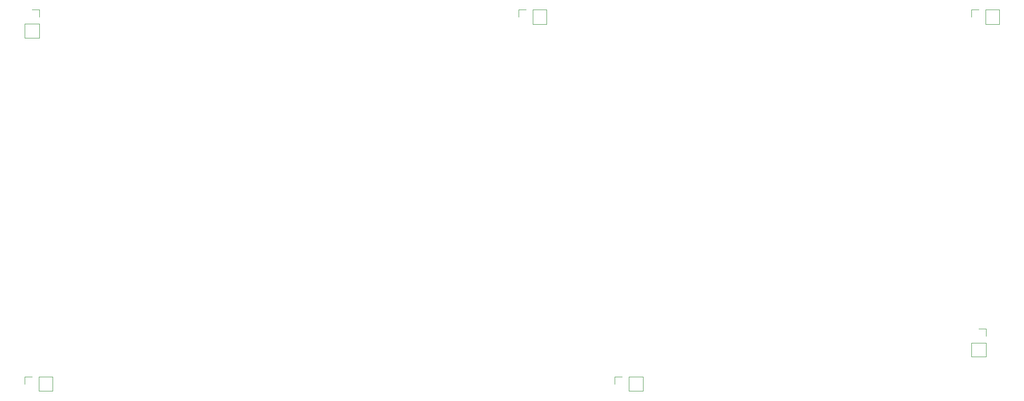
<source format=gbr>
%TF.GenerationSoftware,KiCad,Pcbnew,7.0.10*%
%TF.CreationDate,2024-08-04T08:05:15-06:00*%
%TF.ProjectId,display_card_cover,64697370-6c61-4795-9f63-6172645f636f,rev?*%
%TF.SameCoordinates,Original*%
%TF.FileFunction,Legend,Bot*%
%TF.FilePolarity,Positive*%
%FSLAX46Y46*%
G04 Gerber Fmt 4.6, Leading zero omitted, Abs format (unit mm)*
G04 Created by KiCad (PCBNEW 7.0.10) date 2024-08-04 08:05:15*
%MOMM*%
%LPD*%
G01*
G04 APERTURE LIST*
%ADD10C,0.120000*%
G04 APERTURE END LIST*
D10*
%TO.C, *%
X560760000Y-433645000D02*
X560760000Y-436305000D01*
X558160000Y-433645000D02*
X560760000Y-433645000D01*
X558160000Y-433645000D02*
X558160000Y-436305000D01*
X556890000Y-433645000D02*
X555560000Y-433645000D01*
X555560000Y-433645000D02*
X555560000Y-434975000D01*
X558160000Y-436305000D02*
X560760000Y-436305000D01*
X669985000Y-433645000D02*
X669985000Y-436305000D01*
X667385000Y-433645000D02*
X669985000Y-433645000D01*
X667385000Y-433645000D02*
X667385000Y-436305000D01*
X666115000Y-433645000D02*
X664785000Y-433645000D01*
X664785000Y-433645000D02*
X664785000Y-434975000D01*
X667385000Y-436305000D02*
X669985000Y-436305000D01*
X733485000Y-429950000D02*
X730825000Y-429950000D01*
X733485000Y-427350000D02*
X733485000Y-429950000D01*
X733485000Y-427350000D02*
X730825000Y-427350000D01*
X733485000Y-426080000D02*
X733485000Y-424750000D01*
X733485000Y-424750000D02*
X732155000Y-424750000D01*
X730825000Y-427350000D02*
X730825000Y-429950000D01*
X736020000Y-365700000D02*
X736020000Y-368360000D01*
X733420000Y-365700000D02*
X736020000Y-365700000D01*
X733420000Y-365700000D02*
X733420000Y-368360000D01*
X732150000Y-365700000D02*
X730820000Y-365700000D01*
X730820000Y-365700000D02*
X730820000Y-367030000D01*
X733420000Y-368360000D02*
X736020000Y-368360000D01*
X652200000Y-365700000D02*
X652200000Y-368360000D01*
X649600000Y-365700000D02*
X652200000Y-365700000D01*
X649600000Y-365700000D02*
X649600000Y-368360000D01*
X648330000Y-365700000D02*
X647000000Y-365700000D01*
X647000000Y-365700000D02*
X647000000Y-367030000D01*
X649600000Y-368360000D02*
X652200000Y-368360000D01*
X558225000Y-367030000D02*
X558225000Y-365700000D01*
X558225000Y-370900000D02*
X555565000Y-370900000D01*
X558225000Y-368300000D02*
X558225000Y-370900000D01*
X558225000Y-368300000D02*
X555565000Y-368300000D01*
X558225000Y-365700000D02*
X556895000Y-365700000D01*
X555565000Y-368300000D02*
X555565000Y-370900000D01*
%TD*%
M02*

</source>
